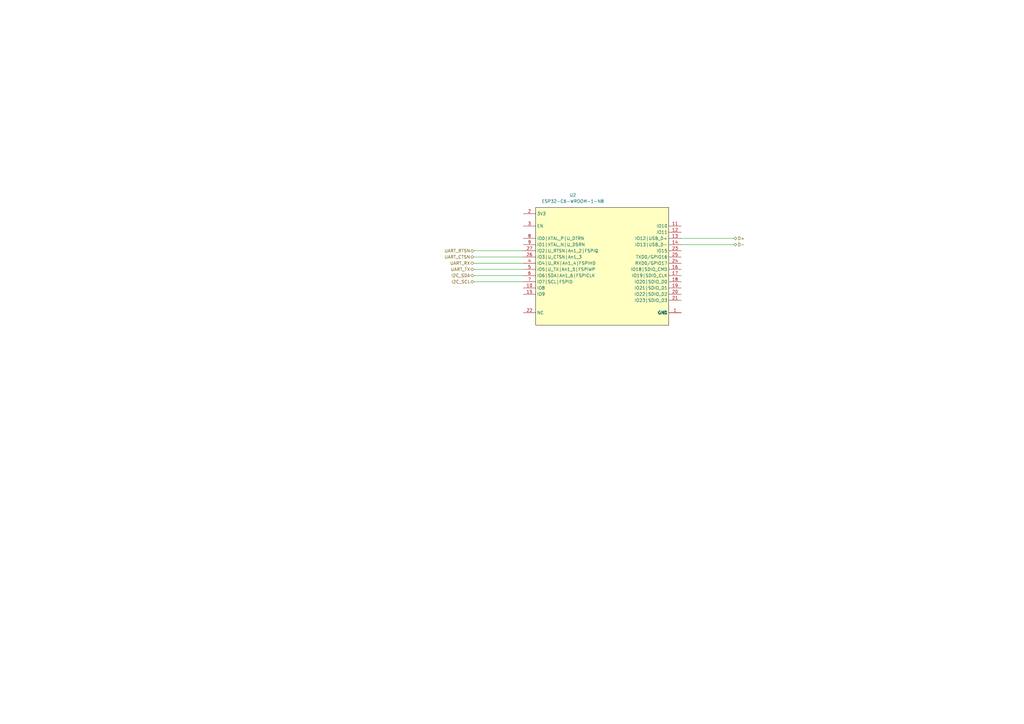
<source format=kicad_sch>
(kicad_sch (version 20250114) (generator "eeschema") (generator_version "9.0")
  (paper "A3")
  (title_block (title "ESP MACRO PAD") (date "2025-09-30") (rev "1") (company "Ronald Tun"))
  (lib_symbols
    (symbol "ESP_32_MacroPad-altium-import:root_0_ESP32-C6-WROOM-1-N8-Symbol-1_Curtin Motorsport Team"
      (property "Reference" "U2" (at 15.24 53.34 0))
      (property "Value" "ESP32-C6-WROOM-1-N8" (at 15.24 50.8 0))
      (symbol "root_0_ESP32-C6-WROOM-1-N8-Symbol-1_Curtin Motorsport Team_1_0"
        (rectangle (start 0 48.26) (end 54.61 0) (stroke (width 0) (color 0 0 0 1)) (fill (type background)))
        (pin power_in line (at -5.08 45.72 0) (length 5.08) (name "3V3") (number "2"))
        (pin input line (at -5.08 40.64 0) (length 5.08) (name "EN") (number "3"))
        (pin bidirectional line (at -5.08 35.56 0) (length 5.08) (name "IO0|XTAL_P|U_DTRN") (number "8"))
        (pin bidirectional line (at -5.08 33.02 0) (length 5.08) (name "IO1|XTAL_N|U_DSRN") (number "9"))
        (pin bidirectional line (at -5.08 30.48 0) (length 5.08) (name "IO2|U_RTSN|An1_2|FSPIQ") (number "27"))
        (pin bidirectional line (at -5.08 27.94 0) (length 5.08) (name "IO3|U_CTSN|An1_3") (number "26"))
        (pin bidirectional line (at -5.08 25.4 0) (length 5.08) (name "IO4|U_RX|An1_4|FSPIHD") (number "4"))
        (pin bidirectional line (at -5.08 22.86 0) (length 5.08) (name "IO5|U_TX|An1_5|FSPIWP") (number "5"))
        (pin bidirectional line (at -5.08 20.32 0) (length 5.08) (name "IO6|SDA|An1_6|FSPICLK") (number "6"))
        (pin bidirectional line (at -5.08 17.78 0) (length 5.08) (name "IO7|SCL|FSPID") (number "7"))
        (pin bidirectional line (at -5.08 15.24 0) (length 5.08) (name "IO8") (number "10"))
        (pin bidirectional line (at -5.08 12.7 0) (length 5.08) (name "IO9") (number "15"))
        (pin passive line (at -5.08 5.08 0) (length 5.08) (name "NC") (number "22"))
        (pin bidirectional line (at 59.69 40.64 180) (length 5.08) (name "IO10") (number "11"))
        (pin bidirectional line (at 59.69 38.1 180) (length 5.08) (name "IO11") (number "12"))
        (pin bidirectional line (at 59.69 35.56 180) (length 5.08) (name "IO12|USB_D+") (number "13"))
        (pin bidirectional line (at 59.69 33.02 180) (length 5.08) (name "IO13|USB_D-") (number "14"))
        (pin bidirectional line (at 59.69 30.48 180) (length 5.08) (name "IO15") (number "23"))
        (pin bidirectional line (at 59.69 27.94 180) (length 5.08) (name "TXD0/GPIO16") (number "25"))
        (pin bidirectional line (at 59.69 25.4 180) (length 5.08) (name "RXD0/GPIO17") (number "24"))
        (pin bidirectional line (at 59.69 22.86 180) (length 5.08) (name "IO18|SDIO_CMD") (number "16"))
        (pin bidirectional line (at 59.69 20.32 180) (length 5.08) (name "IO19|SDIO_CLK") (number "17"))
        (pin bidirectional line (at 59.69 17.78 180) (length 5.08) (name "IO20|SDIO_D0") (number "18"))
        (pin bidirectional line (at 59.69 15.24 180) (length 5.08) (name "IO21|SDIO_D1") (number "19"))
        (pin bidirectional line (at 59.69 12.7 180) (length 5.08) (name "IO22|SDIO_D2") (number "20"))
        (pin bidirectional line (at 59.69 10.16 180) (length 5.08) (name "IO23|SDIO_D3") (number "21"))
        (pin power_in line (at 59.69 5.08 180) (length 5.08) (name "GND") (number "1"))
        (pin power_in line (at 59.69 5.08 180) (length 5.08) (name "GND") (number "28"))
        (pin power_in line (at 59.69 5.08 180) (length 5.08) (name "GND") (number "29_1"))
        (pin power_in line (at 59.69 5.08 180) (length 5.08) (name "GND") (number "29_2"))
        (pin power_in line (at 59.69 5.08 180) (length 5.08) (name "GND") (number "29_3"))
        (pin power_in line (at 59.69 5.08 180) (length 5.08) (name "GND") (number "29_4"))
        (pin power_in line (at 59.69 5.08 180) (length 5.08) (name "GND") (number "29_5"))
        (pin power_in line (at 59.69 5.08 180) (length 5.08) (name "GND") (number "29_6"))
        (pin power_in line (at 59.69 5.08 180) (length 5.08) (name "GND") (number "29_7"))
        (pin power_in line (at 59.69 5.08 180) (length 5.08) (name "GND") (number "29_8"))
        (pin power_in line (at 59.69 5.08 180) (length 5.08) (name "GND") (number "29_9"))
      )
    )
  )
  (wire (pts (xy 194.31 102.87) (xy 214.63 102.87)))
  (wire (pts (xy 279.4 100.33) (xy 300.99 100.33)))
  (wire (pts (xy 194.31 107.95) (xy 214.63 107.95)))
  (wire (pts (xy 194.31 110.49) (xy 214.63 110.49)))
  (wire (pts (xy 279.4 97.79) (xy 300.99 97.79)))
  (wire (pts (xy 194.31 115.57) (xy 214.63 115.57)))
  (wire (pts (xy 194.31 113.03) (xy 214.63 113.03)))
  (wire (pts (xy 194.31 105.41) (xy 214.63 105.41)))
  (hierarchical_label "I2C_SDA" (shape bidirectional) (at 194.31 113.03 180))
  (hierarchical_label "I2C_SCL" (shape bidirectional) (at 194.31 115.57 180))
  (hierarchical_label "UART_RX" (shape bidirectional) (at 194.31 107.95 180))
  (hierarchical_label "UART_RTSN" (shape bidirectional) (at 194.31 102.87 180))
  (hierarchical_label "UART_CTSN" (shape bidirectional) (at 194.31 105.41 180))
  (hierarchical_label "D-" (shape bidirectional) (at 300.99 100.33 0))
  (hierarchical_label "D+" (shape bidirectional) (at 300.99 97.79 0))
  (hierarchical_label "UART_TX" (shape bidirectional) (at 194.31 110.49 180))
  (symbol (lib_id "ESP_32_MacroPad-altium-import:root_0_ESP32-C6-WROOM-1-N8-Symbol-1_Curtin Motorsport Team") (at 219.71 133.35 0) (unit 1)
    (property "Reference" "U2" (at 234.95 80.01 0))
    (property "Value" "ESP32-C6-WROOM-1-N8" (at 234.95 82.55 0))
    (property "Description" "ESP32-C6-WROOM-1-N8 - 8 MB Quad SPI Flash" (effects (hide yes)))
  )
)
</source>
